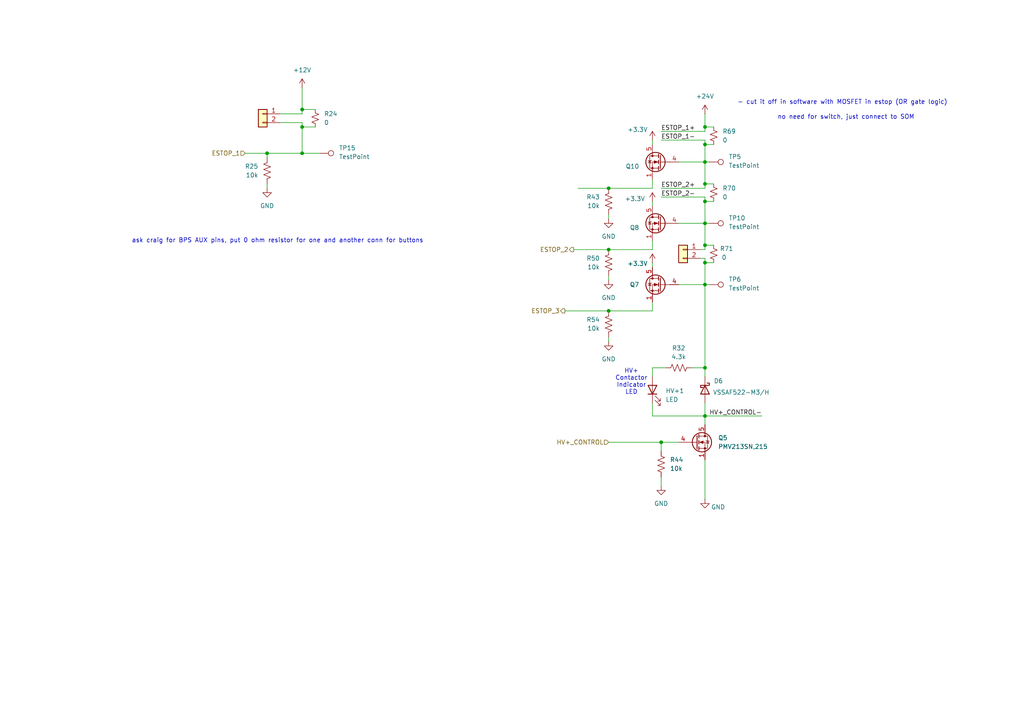
<source format=kicad_sch>
(kicad_sch (version 20250114) (generator "eeschema") (generator_version "9.0")
  (paper "A4")
  (lib_symbols
    (symbol "Connector:TestPoint" (pin_numbers (hide yes)) (pin_names (offset 0.762) (hide yes))
      (property "Reference" "TP" (at 0 6.858 0))
      (property "Value" "TestPoint" (at 0 5.08 0))
      (symbol "TestPoint_0_1"
        (circle (center 0 3.302) (radius 0.762))
      )
      (symbol "TestPoint_1_1"
        (pin passive line (at 0 0 90) (length 2.54) (name "1") (number "1"))
      )
    )
    (symbol "Connector_Generic:Conn_01x02" (pin_names (offset 1.016) (hide yes))
      (property "Reference" "J" (at 0 2.54 0))
      (property "Value" "Conn_01x02" (at 0 -5.08 0))
      (symbol "Conn_01x02_1_1"
        (rectangle (start -1.27 1.27) (end 1.27 -3.81) (stroke (width 0.254)) (fill (type background)))
        (rectangle (start -1.27 0.127) (end 0 -0.127) (stroke (width 0.1524)))
        (rectangle (start -1.27 -2.413) (end 0 -2.667) (stroke (width 0.1524)))
        (pin passive line (at -5.08 0 0) (length 3.81) (name "Pin_1") (number "1"))
        (pin passive line (at -5.08 -2.54 0) (length 3.81) (name "Pin_2") (number "2"))
      )
    )
    (symbol "Device:LED" (pin_numbers (hide yes)) (pin_names (offset 1.016) (hide yes))
      (property "Reference" "D" (at 0 2.54 0))
      (property "Value" "LED" (at 0 -2.54 0))
      (symbol "LED_0_1"
        (polyline (pts (xy -3.048 -0.762) (xy -4.572 -2.286) (xy -3.81 -2.286) (xy -4.572 -2.286) (xy -4.572 -1.524)))
        (polyline (pts (xy -1.778 -0.762) (xy -3.302 -2.286) (xy -2.54 -2.286) (xy -3.302 -2.286) (xy -3.302 -1.524)))
        (polyline (pts (xy -1.27 0) (xy 1.27 0)))
        (polyline (pts (xy -1.27 -1.27) (xy -1.27 1.27)) (stroke (width 0.254)))
        (polyline (pts (xy 1.27 -1.27) (xy 1.27 1.27) (xy -1.27 0) (xy 1.27 -1.27)) (stroke (width 0.254)))
      )
      (symbol "LED_1_1"
        (pin passive line (at -3.81 0 0) (length 2.54) (name "K") (number "1"))
        (pin passive line (at 3.81 0 180) (length 2.54) (name "A") (number "2"))
      )
    )
    (symbol "Device:R_Small_US" (pin_numbers (hide yes)) (pin_names (offset 0.254) (hide yes))
      (property "Reference" "R" (at 0.762 0.508 0))
      (property "Value" "R_Small_US" (at 0.762 -1.016 0))
      (symbol "R_Small_US_1_1"
        (polyline (pts (xy 0 1.524) (xy 1.016 1.143) (xy 0 0.762) (xy -1.016 0.381) (xy 0 0)))
        (polyline (pts (xy 0 0) (xy 1.016 -0.381) (xy 0 -0.762) (xy -1.016 -1.143) (xy 0 -1.524)))
        (pin passive line (at 0 2.54 270) (length 1.016) (name "~") (number "1"))
        (pin passive line (at 0 -2.54 90) (length 1.016) (name "~") (number "2"))
      )
    )
    (symbol "Device:R_US" (pin_numbers (hide yes)) (pin_names (offset 0))
      (property "Reference" "R" (at 2.54 0 90))
      (property "Value" "R_US" (at -2.54 0 90))
      (symbol "R_US_0_1"
        (polyline (pts (xy 0 2.286) (xy 0 2.54)))
        (polyline (pts (xy 0 2.286) (xy 1.016 1.905) (xy 0 1.524) (xy -1.016 1.143) (xy 0 0.762)))
        (polyline (pts (xy 0 0.762) (xy 1.016 0.381) (xy 0 0) (xy -1.016 -0.381) (xy 0 -0.762)))
        (polyline (pts (xy 0 -0.762) (xy 1.016 -1.143) (xy 0 -1.524) (xy -1.016 -1.905) (xy 0 -2.286)))
        (polyline (pts (xy 0 -2.286) (xy 0 -2.54)))
      )
      (symbol "R_US_1_1"
        (pin passive line (at 0 3.81 270) (length 1.27) (name "~") (number "1"))
        (pin passive line (at 0 -3.81 90) (length 1.27) (name "~") (number "2"))
      )
    )
    (symbol "Diode:C3D25170H" (pin_numbers (hide yes)) (pin_names (offset 1.016) (hide yes))
      (property "Reference" "D" (at 0 2.54 0))
      (property "Value" "C3D25170H" (at 0 -2.54 0))
      (symbol "C3D25170H_0_1"
        (polyline (pts (xy -1.905 0.635) (xy -1.905 1.27) (xy -1.27 1.27) (xy -1.27 -1.27) (xy -0.635 -1.27) (xy -0.635 -0.635)) (stroke (width 0.254)))
        (polyline (pts (xy 1.27 1.27) (xy 1.27 -1.27) (xy -1.27 0) (xy 1.27 1.27)) (stroke (width 0.254)))
        (polyline (pts (xy 1.27 0) (xy -1.27 0)))
      )
      (symbol "C3D25170H_1_1"
        (pin passive line (at -3.81 0 0) (length 2.54) (name "K") (number "1"))
        (pin passive line (at 3.81 0 180) (length 2.54) (name "A") (number "2"))
      )
    )
    (symbol "Transistor_FET:BUK7M27-80EX" (pin_names (hide yes))
      (property "Reference" "Q" (at 5.08 1.905 0))
      (property "Value" "BUK7M27-80EX" (at 5.08 0 0))
      (symbol "BUK7M27-80EX_0_1"
        (polyline (pts (xy 0.254 1.905) (xy 0.254 -1.905)) (stroke (width 0.254)))
        (polyline (pts (xy 0.254 0) (xy -2.54 0)))
        (polyline (pts (xy 0.762 2.286) (xy 0.762 1.27)) (stroke (width 0.254)))
        (polyline (pts (xy 0.762 0.508) (xy 0.762 -0.508)) (stroke (width 0.254)))
        (polyline (pts (xy 0.762 -1.27) (xy 0.762 -2.286)) (stroke (width 0.254)))
        (polyline (pts (xy 0.762 -1.778) (xy 3.302 -1.778) (xy 3.302 1.778) (xy 0.762 1.778)))
        (polyline (pts (xy 1.016 0) (xy 2.032 0.381) (xy 2.032 -0.381) (xy 1.016 0)) (fill (type outline)))
        (circle (center 1.651 0) (radius 2.794) (stroke (width 0.254)))
        (polyline (pts (xy 2.54 2.54) (xy 2.54 1.778)))
        (circle (center 2.54 1.778) (radius 0.254) (fill (type outline)))
        (circle (center 2.54 -1.778) (radius 0.254) (fill (type outline)))
        (polyline (pts (xy 2.54 -2.54) (xy 2.54 0) (xy 0.762 0)))
        (polyline (pts (xy 2.794 0.508) (xy 2.921 0.381) (xy 3.683 0.381) (xy 3.81 0.254)))
        (polyline (pts (xy 3.302 0.381) (xy 2.921 -0.254) (xy 3.683 -0.254) (xy 3.302 0.381)))
      )
      (symbol "BUK7M27-80EX_1_1"
        (pin passive line (at -5.08 0 0) (length 2.54) (name "G") (number "4"))
        (pin passive line (at 2.54 5.08 270) (length 2.54) (name "D") (number "5"))
        (pin passive line (at 2.54 -5.08 90) (length 2.54) (name "S") (number "1"))
        (pin passive line (at 2.54 -5.08 90) (length 2.54) (hide yes) (name "S") (number "2"))
        (pin passive line (at 2.54 -5.08 90) (length 2.54) (hide yes) (name "S") (number "3"))
      )
    )
    (symbol "power:+12V" (power) (pin_numbers (hide yes)) (pin_names (offset 0) (hide yes))
      (property "Value" "+12V" (at 0 3.556 0))
      (symbol "+12V_0_1"
        (polyline (pts (xy -0.762 1.27) (xy 0 2.54)))
        (polyline (pts (xy 0 2.54) (xy 0.762 1.27)))
        (polyline (pts (xy 0 0) (xy 0 2.54)))
      )
      (symbol "+12V_1_1"
        (pin power_in line (at 0 0 90) (length 0) (name "~") (number "1"))
      )
    )
    (symbol "power:+24V" (power) (pin_numbers (hide yes)) (pin_names (offset 0) (hide yes))
      (property "Value" "+24V" (at 0 3.556 0))
      (symbol "+24V_0_1"
        (polyline (pts (xy -0.762 1.27) (xy 0 2.54)))
        (polyline (pts (xy 0 2.54) (xy 0.762 1.27)))
        (polyline (pts (xy 0 0) (xy 0 2.54)))
      )
      (symbol "+24V_1_1"
        (pin power_in line (at 0 0 90) (length 0) (name "~") (number "1"))
      )
    )
    (symbol "power:+3.3V" (power) (pin_numbers (hide yes)) (pin_names (offset 0) (hide yes))
      (property "Value" "+3.3V" (at 0 3.556 0))
      (symbol "+3.3V_0_1"
        (polyline (pts (xy -0.762 1.27) (xy 0 2.54)))
        (polyline (pts (xy 0 2.54) (xy 0.762 1.27)))
        (polyline (pts (xy 0 0) (xy 0 2.54)))
      )
      (symbol "+3.3V_1_1"
        (pin power_in line (at 0 0 90) (length 0) (name "~") (number "1"))
      )
    )
    (symbol "power:GND" (power) (pin_numbers (hide yes)) (pin_names (offset 0) (hide yes))
      (property "Value" "GND" (at 0 -3.81 0))
      (symbol "GND_0_1"
        (polyline (pts (xy 0 0) (xy 0 -1.27) (xy 1.27 -1.27) (xy 0 -2.54) (xy -1.27 -1.27) (xy 0 -1.27)))
      )
      (symbol "GND_1_1"
        (pin power_in line (at 0 0 270) (length 0) (name "~") (number "1"))
      )
    )
  )
  (text "ask craig for BPS AUX pins, put 0 ohm resistor for one and another conn for buttons" (at 80.518 69.85 0) (effects (font (size 1.27 1.27))))
  (text "no need for switch, just connect to SOM" (at 245.364 34.036 0) (effects (font (size 1.27 1.27))))
  (text "- cut it off in software with MOSFET in estop (OR gate logic)" (at 244.348 29.718 0) (effects (font (size 1.27 1.27))))
  (text "HV+\nContactor\nIndicator\nLED" (at 183.134 110.744 0) (effects (font (size 1.27 1.27))))
  (junction (at 176.53 54.61))
  (junction (at 204.47 76.2))
  (junction (at 204.47 36.83))
  (junction (at 204.47 58.42))
  (junction (at 87.63 31.75))
  (junction (at 77.47 44.45))
  (junction (at 176.53 90.17))
  (junction (at 204.47 120.65))
  (junction (at 87.63 44.45))
  (junction (at 191.77 128.27))
  (junction (at 204.47 106.68))
  (junction (at 204.47 71.12))
  (junction (at 87.63 36.83))
  (junction (at 176.53 72.39))
  (junction (at 204.47 53.34))
  (junction (at 204.47 82.55))
  (junction (at 204.47 64.77))
  (junction (at 204.47 41.91))
  (junction (at 204.47 46.99))
  (wire (pts (xy 189.23 69.85) (xy 189.23 72.39)))
  (wire (pts (xy 204.47 57.15) (xy 204.47 58.42)))
  (wire (pts (xy 205.74 82.55) (xy 204.47 82.55)))
  (wire (pts (xy 204.47 58.42) (xy 204.47 64.77)))
  (wire (pts (xy 204.47 76.2) (xy 204.47 82.55)))
  (wire (pts (xy 176.53 99.06) (xy 176.53 97.79)))
  (wire (pts (xy 204.47 120.65) (xy 220.98 120.65)))
  (wire (pts (xy 191.77 40.64) (xy 204.47 40.64)))
  (wire (pts (xy 204.47 36.83) (xy 207.01 36.83)))
  (wire (pts (xy 176.53 63.5) (xy 176.53 62.23)))
  (wire (pts (xy 87.63 25.4) (xy 87.63 31.75)))
  (wire (pts (xy 204.47 106.68) (xy 204.47 109.22)))
  (wire (pts (xy 204.47 76.2) (xy 207.01 76.2)))
  (wire (pts (xy 205.74 46.99) (xy 204.47 46.99)))
  (wire (pts (xy 189.23 58.42) (xy 189.23 59.69)))
  (wire (pts (xy 205.74 64.77) (xy 204.47 64.77)))
  (wire (pts (xy 203.2 74.93) (xy 204.47 74.93)))
  (wire (pts (xy 92.71 44.45) (xy 87.63 44.45)))
  (wire (pts (xy 189.23 90.17) (xy 176.53 90.17)))
  (wire (pts (xy 204.47 58.42) (xy 207.01 58.42)))
  (wire (pts (xy 87.63 35.56) (xy 87.63 36.83)))
  (wire (pts (xy 189.23 76.2) (xy 189.23 77.47)))
  (wire (pts (xy 204.47 74.93) (xy 204.47 76.2)))
  (wire (pts (xy 204.47 116.84) (xy 204.47 120.65)))
  (wire (pts (xy 176.53 81.28) (xy 176.53 80.01)))
  (wire (pts (xy 204.47 64.77) (xy 204.47 71.12)))
  (wire (pts (xy 189.23 87.63) (xy 189.23 90.17)))
  (wire (pts (xy 191.77 128.27) (xy 196.85 128.27)))
  (wire (pts (xy 204.47 46.99) (xy 196.85 46.99)))
  (wire (pts (xy 77.47 44.45) (xy 87.63 44.45)))
  (wire (pts (xy 191.77 38.1) (xy 204.47 38.1)))
  (wire (pts (xy 77.47 53.34) (xy 77.47 54.61)))
  (wire (pts (xy 81.28 35.56) (xy 87.63 35.56)))
  (wire (pts (xy 191.77 54.61) (xy 204.47 54.61)))
  (wire (pts (xy 204.47 71.12) (xy 207.01 71.12)))
  (wire (pts (xy 204.47 123.19) (xy 204.47 120.65)))
  (wire (pts (xy 191.77 57.15) (xy 204.47 57.15)))
  (wire (pts (xy 204.47 53.34) (xy 207.01 53.34)))
  (wire (pts (xy 176.53 54.61) (xy 167.64 54.61)))
  (wire (pts (xy 204.47 82.55) (xy 196.85 82.55)))
  (wire (pts (xy 77.47 45.72) (xy 77.47 44.45)))
  (wire (pts (xy 203.2 72.39) (xy 204.47 72.39)))
  (wire (pts (xy 71.12 44.45) (xy 77.47 44.45)))
  (wire (pts (xy 204.47 71.12) (xy 204.47 72.39)))
  (wire (pts (xy 204.47 53.34) (xy 204.47 54.61)))
  (wire (pts (xy 204.47 64.77) (xy 196.85 64.77)))
  (wire (pts (xy 87.63 31.75) (xy 91.44 31.75)))
  (wire (pts (xy 204.47 40.64) (xy 204.47 41.91)))
  (wire (pts (xy 191.77 128.27) (xy 191.77 130.81)))
  (wire (pts (xy 204.47 82.55) (xy 204.47 106.68)))
  (wire (pts (xy 189.23 116.84) (xy 189.23 120.65)))
  (wire (pts (xy 189.23 54.61) (xy 176.53 54.61)))
  (wire (pts (xy 204.47 41.91) (xy 204.47 46.99)))
  (wire (pts (xy 189.23 106.68) (xy 193.04 106.68)))
  (wire (pts (xy 87.63 36.83) (xy 91.44 36.83)))
  (wire (pts (xy 204.47 41.91) (xy 207.01 41.91)))
  (wire (pts (xy 189.23 120.65) (xy 204.47 120.65)))
  (wire (pts (xy 189.23 52.07) (xy 189.23 54.61)))
  (wire (pts (xy 204.47 36.83) (xy 204.47 38.1)))
  (wire (pts (xy 189.23 40.64) (xy 189.23 41.91)))
  (wire (pts (xy 87.63 36.83) (xy 87.63 44.45)))
  (wire (pts (xy 189.23 106.68) (xy 189.23 109.22)))
  (wire (pts (xy 87.63 31.75) (xy 87.63 33.02)))
  (wire (pts (xy 176.53 72.39) (xy 189.23 72.39)))
  (wire (pts (xy 191.77 138.43) (xy 191.77 140.97)))
  (wire (pts (xy 204.47 46.99) (xy 204.47 53.34)))
  (wire (pts (xy 200.66 106.68) (xy 204.47 106.68)))
  (wire (pts (xy 176.53 72.39) (xy 166.37 72.39)))
  (wire (pts (xy 204.47 133.35) (xy 204.47 144.78)))
  (wire (pts (xy 176.53 128.27) (xy 191.77 128.27)))
  (wire (pts (xy 204.47 33.02) (xy 204.47 36.83)))
  (wire (pts (xy 81.28 33.02) (xy 87.63 33.02)))
  (wire (pts (xy 176.53 90.17) (xy 163.83 90.17)))
  (label "ESTOP_2+" (at 191.77 54.61 0))
  (label "ESTOP_1+" (at 191.77 38.1 0))
  (label "ESTOP_1-" (at 191.77 40.64 0))
  (label "ESTOP_2-" (at 191.77 57.15 0))
  (label "HV+_CONTROL-" (at 220.98 120.65 180))
  (hierarchical_label "ESTOP_2" (shape output) (at 166.37 72.39 180))
  (hierarchical_label "ESTOP_3" (shape output) (at 163.83 90.17 180))
  (hierarchical_label "ESTOP_1" (shape input) (at 71.12 44.45 180))
  (hierarchical_label "HV+_CONTROL" (shape input) (at 176.53 128.27 180))
  (symbol (lib_id "Connector_Generic:Conn_01x02") (at 76.2 33.02 0) (mirror y) (unit 1)
    (property "Reference" "J1" (effects (hide yes)))
    (property "Value" "EStop Conn" (effects (hide yes)))
    (property "Description" "Generic connector, single row, 01x02, script generated (kicad-library-utils/schlib/autogen/connector/)" (effects (hide yes)))
  )
  (symbol (lib_id "power:GND") (at 191.77 140.97 0) (unit 1)
    (property "Reference" "#PWR0106" (effects (hide yes)))
    (property "Value" "GND" (at 191.77 146.05 0))
    (property "Description" "Power symbol creates a global label with name \"GND\" , ground" (effects (hide yes)))
  )
  (symbol (lib_id "Device:LED") (at 189.23 113.03 90) (unit 1)
    (property "Reference" "HV+1" (at 193.04 113.3474 90) (effects (justify right)))
    (property "Value" "LED" (at 193.04 115.8874 90) (effects (justify right)))
    (property "Footprint" "LED_SMD:LED_0603_1608Metric" (effects (hide yes)))
    (property "Description" "Light emitting diode" (effects (hide yes)))
    (property "Sim.Pins" "1=K 2=A" (effects (hide yes)))
  )
  (symbol (lib_id "power:GND") (at 77.47 54.61 0) (mirror y) (unit 1)
    (property "Reference" "#PWR045" (effects (hide yes)))
    (property "Value" "GND" (at 77.47 59.69 0))
    (property "Description" "Power symbol creates a global label with name \"GND\" , ground" (effects (hide yes)))
  )
  (symbol (lib_id "Device:R_Small_US") (at 207.01 73.66 0) (unit 1)
    (property "Reference" "R71" (at 208.788 72.136 0) (effects (justify left)))
    (property "Value" "0" (at 209.296 74.676 0) (effects (justify left)))
    (property "Description" "Resistor, small US symbol" (effects (hide yes)))
  )
  (symbol (lib_id "Device:R_US") (at 191.77 134.62 180) (unit 1)
    (property "Reference" "R44" (at 194.31 133.3499 0) (effects (justify right)))
    (property "Value" "10k" (at 194.31 135.8899 0) (effects (justify right)))
    (property "Footprint" "Resistor_SMD:R_0603_1608Metric" (effects (hide yes)))
    (property "Description" "Resistor, US symbol" (effects (hide yes)))
  )
  (symbol (lib_id "Transistor_FET:BUK7M27-80EX") (at 191.77 46.99 0) (mirror y) (unit 1)
    (property "Reference" "Q10" (at 185.42 48.2601 0) (effects (justify left)))
    (property "Value" "PMV213SN,215" (effects (hide yes)))
    (property "Footprint" "Package_TO_SOT_SMD:SOT-23-3" (effects (hide yes)))
    (property "Datasheet" "https://assets.nexperia.com/documents/data-sheet/PMV213SN.pdf" (effects (hide yes)))
    (property "Description" "General-purpose transistor" (effects (hide yes)))
  )
  (symbol (lib_id "Connector:TestPoint") (at 205.74 64.77 270) (mirror x) (unit 1)
    (property "Reference" "TP10" (at 211.328 63.246 90) (effects (justify left)))
    (property "Value" "TestPoint" (at 211.328 65.786 90) (effects (justify left)))
    (property "Description" "test point" (effects (hide yes)))
  )
  (symbol (lib_id "power:+12V") (at 87.63 25.4 0) (unit 1)
    (property "Reference" "#PWR044" (effects (hide yes)))
    (property "Value" "+12V" (at 87.63 20.32 0))
    (property "Description" "Power symbol creates a global label with name \"+12V\"" (effects (hide yes)))
  )
  (symbol (lib_id "power:+24V") (at 204.47 33.02 0) (unit 1)
    (property "Reference" "#PWR079" (effects (hide yes)))
    (property "Value" "+24V" (at 204.47 27.94 0))
    (property "Description" "Power symbol creates a global label with name \"+24V\"" (effects (hide yes)))
  )
  (symbol (lib_id "Diode:C3D25170H") (at 204.47 113.03 270) (unit 1)
    (property "Reference" "D6" (at 207.01 110.49 90) (effects (justify left)))
    (property "Value" "VSSAF522-M3/H" (at 206.756 113.792 90) (effects (justify left)))
    (property "Footprint" "UTSVT_Passives:MMDL101T1G" (effects (hide yes)))
    (property "Datasheet" "https://www.mouser.com/ProductDetail/Vishay-General-Semiconductor/VSSAF522-M3-H?qs=UkDUCjYnTB00gpgD%2Fb%2Fw%252BA%3D%3D" (effects (hide yes)))
  )
  (symbol (lib_id "Connector:TestPoint") (at 205.74 46.99 270) (mirror x) (unit 1)
    (property "Reference" "TP5" (at 211.328 45.466 90) (effects (justify left)))
    (property "Value" "TestPoint" (at 211.328 48.006 90) (effects (justify left)))
    (property "Description" "test point" (effects (hide yes)))
  )
  (symbol (lib_id "power:GND") (at 176.53 63.5 0) (mirror y) (unit 1)
    (property "Reference" "#PWR0116" (effects (hide yes)))
    (property "Value" "GND" (at 176.53 68.58 0))
    (property "Description" "Power symbol creates a global label with name \"GND\" , ground" (effects (hide yes)))
  )
  (symbol (lib_id "Transistor_FET:BUK7M27-80EX") (at 201.93 128.27 0) (unit 1)
    (property "Reference" "Q5" (at 208.28 126.9999 0) (effects (justify left)))
    (property "Value" "PMV213SN,215" (at 208.28 129.5399 0) (effects (justify left)))
    (property "Footprint" "Package_TO_SOT_SMD:SOT-23-3" (effects (hide yes)))
    (property "Datasheet" "https://assets.nexperia.com/documents/data-sheet/PMV213SN.pdf" (effects (hide yes)))
    (property "Description" "General-purpose transistor" (effects (hide yes)))
  )
  (symbol (lib_id "power:GND") (at 176.53 99.06 0) (mirror y) (unit 1)
    (property "Reference" "#PWR0118" (effects (hide yes)))
    (property "Value" "GND" (at 176.53 104.14 0))
    (property "Description" "Power symbol creates a global label with name \"GND\" , ground" (effects (hide yes)))
  )
  (symbol (lib_id "Connector:TestPoint") (at 205.74 82.55 270) (mirror x) (unit 1)
    (property "Reference" "TP6" (at 211.328 81.026 90) (effects (justify left)))
    (property "Value" "TestPoint" (at 211.328 83.566 90) (effects (justify left)))
    (property "Description" "test point" (effects (hide yes)))
  )
  (symbol (lib_id "Transistor_FET:BUK7M27-80EX") (at 191.77 64.77 0) (mirror y) (unit 1)
    (property "Reference" "Q8" (at 185.42 66.0401 0) (effects (justify left)))
    (property "Value" "PMV213SN,215" (effects (hide yes)))
    (property "Footprint" "Package_TO_SOT_SMD:SOT-23-3" (effects (hide yes)))
    (property "Datasheet" "https://assets.nexperia.com/documents/data-sheet/PMV213SN.pdf" (effects (hide yes)))
    (property "Description" "General-purpose transistor" (effects (hide yes)))
  )
  (symbol (lib_id "Device:R_US") (at 77.47 49.53 0) (mirror y) (unit 1)
    (property "Reference" "R25" (at 74.93 48.2599 0) (effects (justify left)))
    (property "Value" "10k" (at 74.93 50.7999 0) (effects (justify left)))
    (property "Footprint" "Resistor_SMD:R_0603_1608Metric" (effects (hide yes)))
    (property "Description" "Resistor, US symbol" (effects (hide yes)))
  )
  (symbol (lib_id "power:GND") (at 176.53 81.28 0) (mirror y) (unit 1)
    (property "Reference" "#PWR0117" (effects (hide yes)))
    (property "Value" "GND" (at 176.53 86.36 0))
    (property "Description" "Power symbol creates a global label with name \"GND\" , ground" (effects (hide yes)))
  )
  (symbol (lib_id "Device:R_US") (at 176.53 76.2 0) (mirror y) (unit 1)
    (property "Reference" "R50" (at 173.99 74.9299 0) (effects (justify left)))
    (property "Value" "10k" (at 173.99 77.4699 0) (effects (justify left)))
    (property "Footprint" "Resistor_SMD:R_0603_1608Metric" (effects (hide yes)))
    (property "Description" "Resistor, US symbol" (effects (hide yes)))
  )
  (symbol (lib_id "Device:R_US") (at 196.85 106.68 90) (unit 1)
    (property "Reference" "R32" (at 196.85 100.965 90))
    (property "Value" "4.3k" (at 196.85 103.505 90))
    (property "Footprint" "Resistor_SMD:R_0603_1608Metric" (effects (hide yes)))
    (property "Description" "Resistor, US symbol" (effects (hide yes)))
  )
  (symbol (lib_id "Device:R_Small_US") (at 91.44 34.29 0) (unit 1)
    (property "Reference" "R24" (at 93.98 33.0199 0) (effects (justify left)))
    (property "Value" "0" (at 93.98 35.5599 0) (effects (justify left)))
    (property "Description" "Resistor, small US symbol" (effects (hide yes)))
  )
  (symbol (lib_id "power:+3.3V") (at 189.23 40.64 0) (mirror y) (unit 1)
    (property "Reference" "#PWR090" (effects (hide yes)))
    (property "Value" "+3.3V" (at 184.912 37.592 0))
    (property "Description" "Power symbol creates a global label with name \"+3.3V\"" (effects (hide yes)))
  )
  (symbol (lib_id "Transistor_FET:BUK7M27-80EX") (at 191.77 82.55 0) (mirror y) (unit 1)
    (property "Reference" "Q7" (at 185.42 82.5499 0) (effects (justify left)))
    (property "Value" "PMV213SN,215" (effects (hide yes)))
    (property "Footprint" "Package_TO_SOT_SMD:SOT-23-3" (effects (hide yes)))
    (property "Datasheet" "https://assets.nexperia.com/documents/data-sheet/PMV213SN.pdf" (effects (hide yes)))
    (property "Description" "General-purpose transistor" (effects (hide yes)))
  )
  (symbol (lib_id "Connector:TestPoint") (at 92.71 44.45 270) (mirror x) (unit 1)
    (property "Reference" "TP15" (at 98.298 42.926 90) (effects (justify left)))
    (property "Value" "TestPoint" (at 98.298 45.466 90) (effects (justify left)))
    (property "Description" "test point" (effects (hide yes)))
  )
  (symbol (lib_id "power:+3.3V") (at 189.23 58.42 0) (mirror y) (unit 1)
    (property "Reference" "#PWR0100" (effects (hide yes)))
    (property "Value" "+3.3V" (at 184.15 57.658 0))
    (property "Description" "Power symbol creates a global label with name \"+3.3V\"" (effects (hide yes)))
  )
  (symbol (lib_id "power:+3.3V") (at 189.23 76.2 0) (mirror y) (unit 1)
    (property "Reference" "#PWR0112" (effects (hide yes)))
    (property "Value" "+3.3V" (at 184.912 76.454 0))
    (property "Description" "Power symbol creates a global label with name \"+3.3V\"" (effects (hide yes)))
  )
  (symbol (lib_id "Device:R_Small_US") (at 207.01 55.88 0) (unit 1)
    (property "Reference" "R70" (at 209.55 54.6099 0) (effects (justify left)))
    (property "Value" "0" (at 209.55 57.1499 0) (effects (justify left)))
    (property "Description" "Resistor, small US symbol" (effects (hide yes)))
  )
  (symbol (lib_id "Device:R_US") (at 176.53 58.42 0) (mirror y) (unit 1)
    (property "Reference" "R43" (at 173.99 57.1499 0) (effects (justify left)))
    (property "Value" "10k" (at 173.99 59.6899 0) (effects (justify left)))
    (property "Footprint" "Resistor_SMD:R_0603_1608Metric" (effects (hide yes)))
    (property "Description" "Resistor, US symbol" (effects (hide yes)))
  )
  (symbol (lib_id "Device:R_US") (at 176.53 93.98 0) (mirror y) (unit 1)
    (property "Reference" "R54" (at 173.99 92.7099 0) (effects (justify left)))
    (property "Value" "10k" (at 173.99 95.2499 0) (effects (justify left)))
    (property "Footprint" "Resistor_SMD:R_0603_1608Metric" (effects (hide yes)))
    (property "Description" "Resistor, US symbol" (effects (hide yes)))
  )
  (symbol (lib_id "Connector_Generic:Conn_01x02") (at 198.12 72.39 0) (mirror y) (unit 1)
    (property "Reference" "J15" (effects (hide yes)))
    (property "Value" "Conn_01x02" (effects (hide yes)))
    (property "Description" "Generic connector, single row, 01x02, script generated (kicad-library-utils/schlib/autogen/connector/)" (effects (hide yes)))
  )
  (symbol (lib_id "power:GND") (at 204.47 144.78 0) (unit 1)
    (property "Reference" "#PWR080" (effects (hide yes)))
    (property "Value" "GND" (at 208.28 147.066 0))
    (property "Description" "Power symbol creates a global label with name \"GND\" , ground" (effects (hide yes)))
  )
  (symbol (lib_id "Device:R_Small_US") (at 207.01 39.37 0) (unit 1)
    (property "Reference" "R69" (at 209.55 38.0999 0) (effects (justify left)))
    (property "Value" "0" (at 209.55 40.6399 0) (effects (justify left)))
    (property "Description" "Resistor, small US symbol" (effects (hide yes)))
  )
)
</source>
